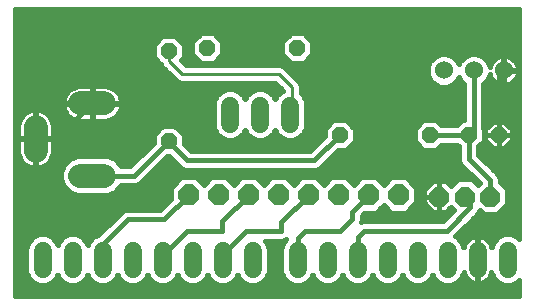
<source format=gbl>
G75*
%MOIN*%
%OFA0B0*%
%FSLAX25Y25*%
%IPPOS*%
%LPD*%
%AMOC8*
5,1,8,0,0,1.08239X$1,22.5*
%
%ADD10C,0.06000*%
%ADD11OC8,0.07000*%
%ADD12OC8,0.05200*%
%ADD13OC8,0.06600*%
%ADD14C,0.07874*%
%ADD15C,0.06000*%
%ADD16C,0.01600*%
%ADD17C,0.01000*%
D10*
X0017524Y0017587D02*
X0017524Y0023587D01*
X0027524Y0023587D02*
X0027524Y0017587D01*
X0037524Y0017587D02*
X0037524Y0023587D01*
X0047524Y0023587D02*
X0047524Y0017587D01*
X0057524Y0017587D02*
X0057524Y0023587D01*
X0067524Y0023587D02*
X0067524Y0017587D01*
X0077524Y0017587D02*
X0077524Y0023587D01*
X0087524Y0023587D02*
X0087524Y0017587D01*
X0102524Y0017587D02*
X0102524Y0023587D01*
X0112524Y0023587D02*
X0112524Y0017587D01*
X0122524Y0017587D02*
X0122524Y0023587D01*
X0132524Y0023587D02*
X0132524Y0017587D01*
X0142524Y0017587D02*
X0142524Y0023587D01*
X0152524Y0023587D02*
X0152524Y0017587D01*
X0162524Y0017587D02*
X0162524Y0023587D01*
X0172524Y0023587D02*
X0172524Y0017587D01*
X0099989Y0065965D02*
X0099989Y0071965D01*
X0089989Y0071965D02*
X0089989Y0065965D01*
X0079989Y0065965D02*
X0079989Y0071965D01*
D11*
X0076209Y0042150D03*
X0086209Y0042150D03*
X0096209Y0042150D03*
X0106209Y0042150D03*
X0116209Y0042150D03*
X0126209Y0042150D03*
X0136209Y0042150D03*
X0066209Y0042150D03*
D12*
X0059568Y0060087D03*
X0059568Y0090087D03*
X0072461Y0091083D03*
X0102461Y0091083D03*
X0116524Y0062150D03*
X0146524Y0062150D03*
X0159524Y0062213D03*
X0169524Y0062213D03*
D13*
X0166772Y0041650D03*
X0158272Y0041650D03*
X0149772Y0041650D03*
D14*
X0038020Y0048650D02*
X0030146Y0048650D01*
X0015186Y0056918D02*
X0015186Y0064792D01*
X0030146Y0072666D02*
X0038020Y0072666D01*
D15*
X0151249Y0083690D03*
X0161249Y0083690D03*
X0171249Y0083690D03*
D16*
X0008387Y0104102D02*
X0008387Y0008387D01*
X0176299Y0008387D01*
X0176299Y0013725D01*
X0175583Y0013009D01*
X0173599Y0012187D01*
X0171450Y0012187D01*
X0169466Y0013009D01*
X0167947Y0014529D01*
X0167179Y0016381D01*
X0166973Y0015745D01*
X0166630Y0015072D01*
X0166186Y0014460D01*
X0165651Y0013926D01*
X0165040Y0013482D01*
X0164367Y0013139D01*
X0163648Y0012906D01*
X0162902Y0012787D01*
X0162724Y0012787D01*
X0162724Y0020387D01*
X0162324Y0020387D01*
X0162324Y0012787D01*
X0162147Y0012787D01*
X0161400Y0012906D01*
X0160682Y0013139D01*
X0160009Y0013482D01*
X0159397Y0013926D01*
X0158863Y0014460D01*
X0158419Y0015072D01*
X0158076Y0015745D01*
X0157869Y0016381D01*
X0157102Y0014529D01*
X0155583Y0013009D01*
X0153599Y0012187D01*
X0151450Y0012187D01*
X0149466Y0013009D01*
X0147947Y0014529D01*
X0147524Y0015548D01*
X0147102Y0014529D01*
X0145583Y0013009D01*
X0143599Y0012187D01*
X0141450Y0012187D01*
X0139466Y0013009D01*
X0137947Y0014529D01*
X0137524Y0015548D01*
X0137102Y0014529D01*
X0135583Y0013009D01*
X0133599Y0012187D01*
X0131450Y0012187D01*
X0129466Y0013009D01*
X0127947Y0014529D01*
X0127524Y0015548D01*
X0127102Y0014529D01*
X0125583Y0013009D01*
X0123599Y0012187D01*
X0121450Y0012187D01*
X0119466Y0013009D01*
X0117947Y0014529D01*
X0117524Y0015548D01*
X0117102Y0014529D01*
X0115583Y0013009D01*
X0113599Y0012187D01*
X0111450Y0012187D01*
X0109466Y0013009D01*
X0107947Y0014529D01*
X0107524Y0015548D01*
X0107102Y0014529D01*
X0105583Y0013009D01*
X0103599Y0012187D01*
X0101450Y0012187D01*
X0099466Y0013009D01*
X0097947Y0014529D01*
X0097124Y0016513D01*
X0097124Y0024662D01*
X0097947Y0026646D01*
X0098625Y0027324D01*
X0097712Y0026946D01*
X0091802Y0026946D01*
X0092102Y0026646D01*
X0092924Y0024662D01*
X0092924Y0016513D01*
X0092102Y0014529D01*
X0090583Y0013009D01*
X0088599Y0012187D01*
X0086450Y0012187D01*
X0084466Y0013009D01*
X0082947Y0014529D01*
X0082524Y0015548D01*
X0082102Y0014529D01*
X0080583Y0013009D01*
X0078599Y0012187D01*
X0076450Y0012187D01*
X0074466Y0013009D01*
X0072947Y0014529D01*
X0072524Y0015548D01*
X0072102Y0014529D01*
X0070583Y0013009D01*
X0068599Y0012187D01*
X0066450Y0012187D01*
X0064466Y0013009D01*
X0062947Y0014529D01*
X0062524Y0015548D01*
X0062102Y0014529D01*
X0060583Y0013009D01*
X0058599Y0012187D01*
X0056450Y0012187D01*
X0054466Y0013009D01*
X0052947Y0014529D01*
X0052524Y0015548D01*
X0052102Y0014529D01*
X0050583Y0013009D01*
X0048599Y0012187D01*
X0046450Y0012187D01*
X0044466Y0013009D01*
X0042947Y0014529D01*
X0042524Y0015548D01*
X0042102Y0014529D01*
X0040583Y0013009D01*
X0038599Y0012187D01*
X0036450Y0012187D01*
X0034466Y0013009D01*
X0032947Y0014529D01*
X0032524Y0015548D01*
X0032102Y0014529D01*
X0030583Y0013009D01*
X0028599Y0012187D01*
X0026450Y0012187D01*
X0024466Y0013009D01*
X0022947Y0014529D01*
X0022524Y0015548D01*
X0022102Y0014529D01*
X0020583Y0013009D01*
X0018599Y0012187D01*
X0016450Y0012187D01*
X0014466Y0013009D01*
X0012947Y0014529D01*
X0012124Y0016513D01*
X0012124Y0024662D01*
X0012947Y0026646D01*
X0014466Y0028165D01*
X0016450Y0028987D01*
X0018599Y0028987D01*
X0020583Y0028165D01*
X0022102Y0026646D01*
X0022524Y0025627D01*
X0022947Y0026646D01*
X0024466Y0028165D01*
X0026450Y0028987D01*
X0028599Y0028987D01*
X0030583Y0028165D01*
X0032102Y0026646D01*
X0032524Y0025627D01*
X0032947Y0026646D01*
X0034466Y0028165D01*
X0036148Y0028862D01*
X0043182Y0035896D01*
X0044082Y0036796D01*
X0045258Y0037283D01*
X0056817Y0037283D01*
X0060309Y0040776D01*
X0060309Y0044594D01*
X0063766Y0048050D01*
X0068653Y0048050D01*
X0071209Y0045494D01*
X0073766Y0048050D01*
X0078653Y0048050D01*
X0081209Y0045494D01*
X0083766Y0048050D01*
X0088653Y0048050D01*
X0091209Y0045494D01*
X0093766Y0048050D01*
X0098653Y0048050D01*
X0101209Y0045494D01*
X0103766Y0048050D01*
X0108653Y0048050D01*
X0111209Y0045494D01*
X0113766Y0048050D01*
X0118653Y0048050D01*
X0121209Y0045494D01*
X0123766Y0048050D01*
X0128653Y0048050D01*
X0131209Y0045494D01*
X0133766Y0048050D01*
X0138653Y0048050D01*
X0142109Y0044594D01*
X0142109Y0039707D01*
X0138653Y0036250D01*
X0133766Y0036250D01*
X0131209Y0038807D01*
X0128653Y0036250D01*
X0124835Y0036250D01*
X0123898Y0035313D01*
X0123898Y0033447D01*
X0123827Y0033275D01*
X0123998Y0033346D01*
X0150868Y0033346D01*
X0154692Y0037170D01*
X0153598Y0038264D01*
X0151885Y0036550D01*
X0149772Y0036550D01*
X0149772Y0041650D01*
X0149772Y0041650D01*
X0144672Y0041650D01*
X0144672Y0039538D01*
X0147660Y0036550D01*
X0149772Y0036550D01*
X0149772Y0041650D01*
X0149772Y0041650D01*
X0144672Y0041650D01*
X0144672Y0043763D01*
X0147660Y0046750D01*
X0149772Y0046750D01*
X0149772Y0041651D01*
X0149772Y0041651D01*
X0149772Y0046750D01*
X0151885Y0046750D01*
X0153598Y0045037D01*
X0155911Y0047350D01*
X0160633Y0047350D01*
X0162522Y0045461D01*
X0163186Y0046125D01*
X0156812Y0052499D01*
X0156324Y0053675D01*
X0156324Y0058342D01*
X0155716Y0058950D01*
X0150395Y0058950D01*
X0148595Y0057150D01*
X0144453Y0057150D01*
X0141524Y0060079D01*
X0141524Y0064221D01*
X0144453Y0067150D01*
X0148595Y0067150D01*
X0150395Y0065350D01*
X0155590Y0065350D01*
X0157453Y0067213D01*
X0158049Y0067213D01*
X0158049Y0079253D01*
X0156671Y0080631D01*
X0156249Y0081650D01*
X0155827Y0080631D01*
X0154308Y0079112D01*
X0152323Y0078290D01*
X0150175Y0078290D01*
X0148190Y0079112D01*
X0146671Y0080631D01*
X0145849Y0082616D01*
X0145849Y0084764D01*
X0146671Y0086749D01*
X0148190Y0088268D01*
X0150175Y0089090D01*
X0152323Y0089090D01*
X0154308Y0088268D01*
X0155827Y0086749D01*
X0156249Y0085730D01*
X0156671Y0086749D01*
X0158190Y0088268D01*
X0160175Y0089090D01*
X0162323Y0089090D01*
X0164308Y0088268D01*
X0165827Y0086749D01*
X0166594Y0084896D01*
X0166800Y0085532D01*
X0167143Y0086205D01*
X0167588Y0086817D01*
X0168122Y0087351D01*
X0168733Y0087795D01*
X0169406Y0088138D01*
X0170125Y0088372D01*
X0170871Y0088490D01*
X0171049Y0088490D01*
X0171049Y0083890D01*
X0171449Y0083890D01*
X0171449Y0088490D01*
X0171627Y0088490D01*
X0172373Y0088372D01*
X0173091Y0088138D01*
X0173765Y0087795D01*
X0174376Y0087351D01*
X0174910Y0086817D01*
X0175354Y0086205D01*
X0175697Y0085532D01*
X0175931Y0084814D01*
X0176049Y0084068D01*
X0176049Y0083890D01*
X0171449Y0083890D01*
X0171449Y0083490D01*
X0176049Y0083490D01*
X0176049Y0083312D01*
X0175931Y0082566D01*
X0175697Y0081847D01*
X0175354Y0081174D01*
X0174910Y0080563D01*
X0174376Y0080029D01*
X0173765Y0079584D01*
X0173091Y0079241D01*
X0172373Y0079008D01*
X0171627Y0078890D01*
X0171449Y0078890D01*
X0171449Y0083490D01*
X0171049Y0083490D01*
X0171049Y0078890D01*
X0170871Y0078890D01*
X0170125Y0079008D01*
X0169406Y0079241D01*
X0168733Y0079584D01*
X0168122Y0080029D01*
X0167588Y0080563D01*
X0167143Y0081174D01*
X0166800Y0081847D01*
X0166594Y0082483D01*
X0165827Y0080631D01*
X0164449Y0079253D01*
X0164449Y0064360D01*
X0164524Y0064284D01*
X0164524Y0060142D01*
X0162724Y0058342D01*
X0162724Y0055637D01*
X0168585Y0049777D01*
X0169485Y0048876D01*
X0169972Y0047700D01*
X0169972Y0046511D01*
X0172472Y0044011D01*
X0172472Y0039289D01*
X0169133Y0035950D01*
X0164411Y0035950D01*
X0163183Y0037179D01*
X0162781Y0036208D01*
X0161880Y0035308D01*
X0154986Y0028413D01*
X0155583Y0028165D01*
X0157102Y0026646D01*
X0157869Y0024794D01*
X0158076Y0025430D01*
X0158419Y0026103D01*
X0158863Y0026714D01*
X0159397Y0027249D01*
X0160009Y0027693D01*
X0160682Y0028036D01*
X0161400Y0028269D01*
X0162147Y0028387D01*
X0162324Y0028387D01*
X0162324Y0020787D01*
X0162724Y0020787D01*
X0162724Y0028387D01*
X0162902Y0028387D01*
X0163648Y0028269D01*
X0164367Y0028036D01*
X0165040Y0027693D01*
X0165651Y0027249D01*
X0166186Y0026714D01*
X0166630Y0026103D01*
X0166973Y0025430D01*
X0167179Y0024794D01*
X0167947Y0026646D01*
X0169466Y0028165D01*
X0171450Y0028987D01*
X0173599Y0028987D01*
X0175583Y0028165D01*
X0176299Y0027449D01*
X0176299Y0104102D01*
X0008387Y0104102D01*
X0008387Y0103294D02*
X0176299Y0103294D01*
X0176299Y0101695D02*
X0008387Y0101695D01*
X0008387Y0100097D02*
X0176299Y0100097D01*
X0176299Y0098498D02*
X0008387Y0098498D01*
X0008387Y0096900D02*
X0176299Y0096900D01*
X0176299Y0095301D02*
X0105315Y0095301D01*
X0104532Y0096083D02*
X0100390Y0096083D01*
X0097461Y0093155D01*
X0097461Y0089012D01*
X0100390Y0086083D01*
X0104532Y0086083D01*
X0107461Y0089012D01*
X0107461Y0093155D01*
X0104532Y0096083D01*
X0106913Y0093703D02*
X0176299Y0093703D01*
X0176299Y0092104D02*
X0107461Y0092104D01*
X0107461Y0090506D02*
X0176299Y0090506D01*
X0176299Y0088907D02*
X0162764Y0088907D01*
X0159734Y0088907D02*
X0152764Y0088907D01*
X0155267Y0087309D02*
X0157231Y0087309D01*
X0161249Y0083690D02*
X0161249Y0063938D01*
X0159524Y0062213D01*
X0159524Y0054312D01*
X0166772Y0047064D01*
X0166772Y0041650D01*
X0162808Y0045747D02*
X0162237Y0045747D01*
X0161965Y0047346D02*
X0160638Y0047346D01*
X0160366Y0048944D02*
X0052950Y0048944D01*
X0051352Y0047346D02*
X0063061Y0047346D01*
X0061462Y0045747D02*
X0049484Y0045747D01*
X0049943Y0045938D02*
X0050844Y0046838D01*
X0059093Y0055087D01*
X0059735Y0055087D01*
X0062867Y0051956D01*
X0062867Y0051956D01*
X0063767Y0051056D01*
X0064943Y0050569D01*
X0108779Y0050569D01*
X0109955Y0051056D01*
X0116050Y0057150D01*
X0118595Y0057150D01*
X0121524Y0060079D01*
X0121524Y0064221D01*
X0118595Y0067150D01*
X0114453Y0067150D01*
X0111524Y0064221D01*
X0111524Y0061676D01*
X0106817Y0056968D01*
X0066905Y0056968D01*
X0064568Y0059306D01*
X0064568Y0062158D01*
X0061639Y0065087D01*
X0057497Y0065087D01*
X0054568Y0062158D01*
X0054568Y0059613D01*
X0046805Y0051850D01*
X0043554Y0051850D01*
X0043393Y0052240D01*
X0041610Y0054023D01*
X0039281Y0054987D01*
X0028886Y0054987D01*
X0026557Y0054023D01*
X0024774Y0052240D01*
X0023809Y0049911D01*
X0023809Y0047390D01*
X0024774Y0045061D01*
X0026557Y0043278D01*
X0028886Y0042313D01*
X0039281Y0042313D01*
X0041610Y0043278D01*
X0043393Y0045061D01*
X0043554Y0045450D01*
X0048767Y0045450D01*
X0049943Y0045938D01*
X0050844Y0046838D02*
X0050844Y0046838D01*
X0048131Y0048650D02*
X0059568Y0060087D01*
X0059568Y0059780D01*
X0065580Y0053769D01*
X0108143Y0053769D01*
X0116524Y0062150D01*
X0111524Y0061732D02*
X0103393Y0061732D01*
X0103048Y0061387D02*
X0104567Y0062906D01*
X0105389Y0064891D01*
X0105389Y0073039D01*
X0104567Y0075024D01*
X0103519Y0076072D01*
X0103519Y0078755D01*
X0103077Y0079821D01*
X0102262Y0080636D01*
X0097931Y0084967D01*
X0096865Y0085409D01*
X0065206Y0085409D01*
X0063583Y0087032D01*
X0064568Y0088016D01*
X0064568Y0092158D01*
X0061639Y0095087D01*
X0057497Y0095087D01*
X0054568Y0092158D01*
X0054568Y0088016D01*
X0056988Y0085596D01*
X0057109Y0085303D01*
X0061546Y0080866D01*
X0062362Y0080050D01*
X0063428Y0079609D01*
X0095087Y0079609D01*
X0097719Y0076977D01*
X0097719Y0076870D01*
X0096930Y0076543D01*
X0095411Y0075024D01*
X0094989Y0074005D01*
X0094567Y0075024D01*
X0093048Y0076543D01*
X0091063Y0077365D01*
X0088915Y0077365D01*
X0086930Y0076543D01*
X0085411Y0075024D01*
X0084989Y0074005D01*
X0084567Y0075024D01*
X0083048Y0076543D01*
X0081063Y0077365D01*
X0078915Y0077365D01*
X0076930Y0076543D01*
X0075411Y0075024D01*
X0074589Y0073039D01*
X0074589Y0064891D01*
X0075411Y0062906D01*
X0076930Y0061387D01*
X0078915Y0060565D01*
X0081063Y0060565D01*
X0083048Y0061387D01*
X0084567Y0062906D01*
X0084989Y0063926D01*
X0085411Y0062906D01*
X0086930Y0061387D01*
X0088915Y0060565D01*
X0091063Y0060565D01*
X0093048Y0061387D01*
X0094567Y0062906D01*
X0094989Y0063926D01*
X0095411Y0062906D01*
X0096930Y0061387D01*
X0098915Y0060565D01*
X0101063Y0060565D01*
X0103048Y0061387D01*
X0104743Y0063331D02*
X0111524Y0063331D01*
X0112232Y0064929D02*
X0105389Y0064929D01*
X0105389Y0066528D02*
X0113831Y0066528D01*
X0119218Y0066528D02*
X0143831Y0066528D01*
X0142232Y0064929D02*
X0120816Y0064929D01*
X0121524Y0063331D02*
X0141524Y0063331D01*
X0141524Y0061732D02*
X0121524Y0061732D01*
X0121524Y0060134D02*
X0141524Y0060134D01*
X0143068Y0058535D02*
X0119980Y0058535D01*
X0115836Y0056937D02*
X0156324Y0056937D01*
X0156324Y0055338D02*
X0114238Y0055338D01*
X0112639Y0053740D02*
X0156324Y0053740D01*
X0157169Y0052141D02*
X0111041Y0052141D01*
X0109358Y0047346D02*
X0113061Y0047346D01*
X0111462Y0045747D02*
X0110956Y0045747D01*
X0106209Y0042150D02*
X0097076Y0033017D01*
X0097076Y0030146D01*
X0085265Y0030146D01*
X0077524Y0022406D01*
X0077524Y0020587D01*
X0072596Y0015375D02*
X0072453Y0015375D01*
X0071351Y0013777D02*
X0073698Y0013777D01*
X0081351Y0013777D02*
X0083698Y0013777D01*
X0082596Y0015375D02*
X0082453Y0015375D01*
X0091351Y0013777D02*
X0098698Y0013777D01*
X0097596Y0015375D02*
X0092453Y0015375D01*
X0092924Y0016974D02*
X0097124Y0016974D01*
X0097124Y0018573D02*
X0092924Y0018573D01*
X0092924Y0020171D02*
X0097124Y0020171D01*
X0097124Y0021770D02*
X0092924Y0021770D01*
X0092924Y0023368D02*
X0097124Y0023368D01*
X0097251Y0024967D02*
X0092798Y0024967D01*
X0092136Y0026565D02*
X0097913Y0026565D01*
X0102524Y0027721D02*
X0104950Y0030146D01*
X0116761Y0030146D01*
X0120698Y0034083D01*
X0120698Y0036639D01*
X0126209Y0042150D01*
X0121462Y0045747D02*
X0120956Y0045747D01*
X0119358Y0047346D02*
X0123061Y0047346D01*
X0129358Y0047346D02*
X0133061Y0047346D01*
X0131462Y0045747D02*
X0130956Y0045747D01*
X0139358Y0047346D02*
X0155907Y0047346D01*
X0154308Y0045747D02*
X0152888Y0045747D01*
X0149772Y0045747D02*
X0149772Y0045747D01*
X0149772Y0044149D02*
X0149772Y0044149D01*
X0146657Y0045747D02*
X0140956Y0045747D01*
X0142109Y0044149D02*
X0145058Y0044149D01*
X0144672Y0042550D02*
X0142109Y0042550D01*
X0142109Y0040952D02*
X0144672Y0040952D01*
X0144857Y0039353D02*
X0141756Y0039353D01*
X0140158Y0037755D02*
X0146456Y0037755D01*
X0149772Y0037755D02*
X0149772Y0037755D01*
X0149772Y0039353D02*
X0149772Y0039353D01*
X0149772Y0040952D02*
X0149772Y0040952D01*
X0149772Y0042550D02*
X0149772Y0042550D01*
X0153089Y0037755D02*
X0154107Y0037755D01*
X0153678Y0036156D02*
X0124741Y0036156D01*
X0123898Y0034558D02*
X0152079Y0034558D01*
X0157933Y0031361D02*
X0176299Y0031361D01*
X0176299Y0029762D02*
X0156335Y0029762D01*
X0155585Y0028164D02*
X0161075Y0028164D01*
X0162324Y0028164D02*
X0162724Y0028164D01*
X0163973Y0028164D02*
X0169464Y0028164D01*
X0167913Y0026565D02*
X0166294Y0026565D01*
X0167123Y0024967D02*
X0167251Y0024967D01*
X0162724Y0024967D02*
X0162324Y0024967D01*
X0162324Y0026565D02*
X0162724Y0026565D01*
X0158755Y0026565D02*
X0157136Y0026565D01*
X0157798Y0024967D02*
X0157926Y0024967D01*
X0162324Y0023368D02*
X0162724Y0023368D01*
X0162724Y0021770D02*
X0162324Y0021770D01*
X0162324Y0020171D02*
X0162724Y0020171D01*
X0162724Y0018573D02*
X0162324Y0018573D01*
X0162324Y0016974D02*
X0162724Y0016974D01*
X0162724Y0015375D02*
X0162324Y0015375D01*
X0162324Y0013777D02*
X0162724Y0013777D01*
X0159603Y0013777D02*
X0156351Y0013777D01*
X0157453Y0015375D02*
X0158264Y0015375D01*
X0165446Y0013777D02*
X0168698Y0013777D01*
X0167596Y0015375D02*
X0166785Y0015375D01*
X0176299Y0012178D02*
X0008387Y0012178D01*
X0008387Y0010580D02*
X0176299Y0010580D01*
X0176299Y0008981D02*
X0008387Y0008981D01*
X0008387Y0013777D02*
X0013698Y0013777D01*
X0012596Y0015375D02*
X0008387Y0015375D01*
X0008387Y0016974D02*
X0012124Y0016974D01*
X0012124Y0018573D02*
X0008387Y0018573D01*
X0008387Y0020171D02*
X0012124Y0020171D01*
X0012124Y0021770D02*
X0008387Y0021770D01*
X0008387Y0023368D02*
X0012124Y0023368D01*
X0012251Y0024967D02*
X0008387Y0024967D01*
X0008387Y0026565D02*
X0012913Y0026565D01*
X0014464Y0028164D02*
X0008387Y0028164D01*
X0008387Y0029762D02*
X0037048Y0029762D01*
X0038646Y0031361D02*
X0008387Y0031361D01*
X0008387Y0032959D02*
X0040245Y0032959D01*
X0041843Y0034558D02*
X0008387Y0034558D01*
X0008387Y0036156D02*
X0043442Y0036156D01*
X0045894Y0034083D02*
X0058143Y0034083D01*
X0066209Y0042150D01*
X0060309Y0042550D02*
X0039853Y0042550D01*
X0042481Y0044149D02*
X0060309Y0044149D01*
X0060309Y0040952D02*
X0008387Y0040952D01*
X0008387Y0042550D02*
X0028314Y0042550D01*
X0025686Y0044149D02*
X0008387Y0044149D01*
X0008387Y0045747D02*
X0024490Y0045747D01*
X0023828Y0047346D02*
X0008387Y0047346D01*
X0008387Y0048944D02*
X0023809Y0048944D01*
X0024071Y0050543D02*
X0008387Y0050543D01*
X0008387Y0052141D02*
X0012000Y0052141D01*
X0012179Y0052011D02*
X0012984Y0051601D01*
X0013842Y0051322D01*
X0014734Y0051181D01*
X0015002Y0051181D01*
X0015002Y0060671D01*
X0015370Y0060671D01*
X0015370Y0061039D01*
X0020923Y0061039D01*
X0020923Y0065244D01*
X0020782Y0066136D01*
X0020503Y0066994D01*
X0020093Y0067799D01*
X0019562Y0068530D01*
X0018923Y0069168D01*
X0018193Y0069699D01*
X0017388Y0070109D01*
X0016529Y0070388D01*
X0015637Y0070529D01*
X0015370Y0070529D01*
X0015370Y0061039D01*
X0015002Y0061039D01*
X0015001Y0061039D02*
X0015001Y0060671D01*
X0009449Y0060671D01*
X0009449Y0056467D01*
X0009590Y0055575D01*
X0009869Y0054716D01*
X0010279Y0053911D01*
X0010810Y0053181D01*
X0011448Y0052542D01*
X0012179Y0052011D01*
X0010404Y0053740D02*
X0008387Y0053740D01*
X0008387Y0055338D02*
X0009667Y0055338D01*
X0009449Y0056937D02*
X0008387Y0056937D01*
X0008387Y0058535D02*
X0009449Y0058535D01*
X0009449Y0060134D02*
X0008387Y0060134D01*
X0009449Y0061039D02*
X0015001Y0061039D01*
X0015002Y0061039D02*
X0015002Y0070529D01*
X0014734Y0070529D01*
X0013842Y0070388D01*
X0012984Y0070109D01*
X0012179Y0069699D01*
X0011448Y0069168D01*
X0010810Y0068530D01*
X0010279Y0067799D01*
X0009869Y0066994D01*
X0009590Y0066136D01*
X0009449Y0065244D01*
X0009449Y0061039D01*
X0009449Y0061732D02*
X0008387Y0061732D01*
X0008387Y0063331D02*
X0009449Y0063331D01*
X0009449Y0064929D02*
X0008387Y0064929D01*
X0008387Y0066528D02*
X0009718Y0066528D01*
X0010517Y0068126D02*
X0008387Y0068126D01*
X0008387Y0069725D02*
X0012230Y0069725D01*
X0015002Y0069725D02*
X0015370Y0069725D01*
X0018142Y0069725D02*
X0025206Y0069725D01*
X0025240Y0069659D02*
X0025771Y0068929D01*
X0026409Y0068290D01*
X0027140Y0067759D01*
X0027944Y0067349D01*
X0028803Y0067070D01*
X0029695Y0066929D01*
X0033899Y0066929D01*
X0033899Y0072482D01*
X0024409Y0072482D01*
X0024409Y0072215D01*
X0024551Y0071323D01*
X0024830Y0070464D01*
X0025240Y0069659D01*
X0024551Y0071323D02*
X0008387Y0071323D01*
X0008387Y0072922D02*
X0024409Y0072922D01*
X0024409Y0072850D02*
X0033899Y0072850D01*
X0033899Y0072482D01*
X0034268Y0072482D01*
X0034268Y0072850D01*
X0043757Y0072850D01*
X0043757Y0073118D01*
X0043616Y0074010D01*
X0043337Y0074868D01*
X0042927Y0075673D01*
X0042396Y0076404D01*
X0041758Y0077042D01*
X0041027Y0077573D01*
X0040223Y0077983D01*
X0039364Y0078262D01*
X0038472Y0078403D01*
X0034268Y0078403D01*
X0034268Y0072850D01*
X0033899Y0072850D01*
X0033899Y0078403D01*
X0029695Y0078403D01*
X0028803Y0078262D01*
X0027944Y0077983D01*
X0027140Y0077573D01*
X0026409Y0077042D01*
X0025771Y0076404D01*
X0025240Y0075673D01*
X0024830Y0074868D01*
X0024551Y0074010D01*
X0024409Y0073118D01*
X0024409Y0072850D01*
X0024717Y0074520D02*
X0008387Y0074520D01*
X0008387Y0076119D02*
X0025564Y0076119D01*
X0027423Y0077717D02*
X0008387Y0077717D01*
X0008387Y0079316D02*
X0095380Y0079316D01*
X0096978Y0077717D02*
X0040744Y0077717D01*
X0042603Y0076119D02*
X0076506Y0076119D01*
X0075202Y0074520D02*
X0043450Y0074520D01*
X0043757Y0072922D02*
X0074589Y0072922D01*
X0074589Y0071323D02*
X0043616Y0071323D01*
X0043757Y0072215D01*
X0043757Y0072482D01*
X0034268Y0072482D01*
X0034268Y0066929D01*
X0038472Y0066929D01*
X0039364Y0067070D01*
X0040223Y0067349D01*
X0041027Y0067759D01*
X0041758Y0068290D01*
X0042396Y0068929D01*
X0042927Y0069659D01*
X0043337Y0070464D01*
X0043616Y0071323D01*
X0042961Y0069725D02*
X0074589Y0069725D01*
X0074589Y0068126D02*
X0041532Y0068126D01*
X0034268Y0068126D02*
X0033899Y0068126D01*
X0033899Y0069725D02*
X0034268Y0069725D01*
X0034268Y0071323D02*
X0033899Y0071323D01*
X0034083Y0072666D02*
X0022272Y0060855D01*
X0015186Y0060855D01*
X0015370Y0060671D02*
X0020923Y0060671D01*
X0020923Y0056467D01*
X0020782Y0055575D01*
X0020503Y0054716D01*
X0020093Y0053911D01*
X0019562Y0053181D01*
X0018923Y0052542D01*
X0018193Y0052011D01*
X0017388Y0051601D01*
X0016529Y0051322D01*
X0015637Y0051181D01*
X0015370Y0051181D01*
X0015370Y0060671D01*
X0015370Y0060134D02*
X0015002Y0060134D01*
X0015002Y0061732D02*
X0015370Y0061732D01*
X0015370Y0063331D02*
X0015002Y0063331D01*
X0015002Y0064929D02*
X0015370Y0064929D01*
X0015370Y0066528D02*
X0015002Y0066528D01*
X0015002Y0068126D02*
X0015370Y0068126D01*
X0019855Y0068126D02*
X0026635Y0068126D01*
X0020654Y0066528D02*
X0074589Y0066528D01*
X0074589Y0064929D02*
X0061797Y0064929D01*
X0063395Y0063331D02*
X0075235Y0063331D01*
X0076585Y0061732D02*
X0064568Y0061732D01*
X0064568Y0060134D02*
X0109982Y0060134D01*
X0108384Y0058535D02*
X0065338Y0058535D01*
X0061083Y0053740D02*
X0057746Y0053740D01*
X0056147Y0052141D02*
X0062681Y0052141D01*
X0069358Y0047346D02*
X0073061Y0047346D01*
X0071462Y0045747D02*
X0070956Y0045747D01*
X0079358Y0047346D02*
X0083061Y0047346D01*
X0081462Y0045747D02*
X0080956Y0045747D01*
X0086209Y0042150D02*
X0077391Y0033331D01*
X0077391Y0030146D01*
X0065580Y0030146D01*
X0057524Y0022091D01*
X0057524Y0020587D01*
X0052596Y0015375D02*
X0052453Y0015375D01*
X0051351Y0013777D02*
X0053698Y0013777D01*
X0061351Y0013777D02*
X0063698Y0013777D01*
X0062596Y0015375D02*
X0062453Y0015375D01*
X0043698Y0013777D02*
X0041351Y0013777D01*
X0042453Y0015375D02*
X0042596Y0015375D01*
X0037524Y0020587D02*
X0037524Y0025713D01*
X0045894Y0034083D01*
X0057288Y0037755D02*
X0008387Y0037755D01*
X0008387Y0039353D02*
X0058887Y0039353D01*
X0048131Y0048650D02*
X0034083Y0048650D01*
X0026274Y0053740D02*
X0019968Y0053740D01*
X0018371Y0052141D02*
X0024733Y0052141D01*
X0020705Y0055338D02*
X0050293Y0055338D01*
X0051892Y0056937D02*
X0020923Y0056937D01*
X0020923Y0058535D02*
X0053490Y0058535D01*
X0054568Y0060134D02*
X0020923Y0060134D01*
X0020923Y0061732D02*
X0054568Y0061732D01*
X0055740Y0063331D02*
X0020923Y0063331D01*
X0020923Y0064929D02*
X0057339Y0064929D01*
X0048695Y0053740D02*
X0041893Y0053740D01*
X0043434Y0052141D02*
X0047096Y0052141D01*
X0054549Y0050543D02*
X0158768Y0050543D01*
X0164622Y0053740D02*
X0176299Y0053740D01*
X0176299Y0052141D02*
X0166220Y0052141D01*
X0167819Y0050543D02*
X0176299Y0050543D01*
X0176299Y0048944D02*
X0169417Y0048944D01*
X0169972Y0047346D02*
X0176299Y0047346D01*
X0176299Y0045747D02*
X0170737Y0045747D01*
X0172335Y0044149D02*
X0176299Y0044149D01*
X0176299Y0042550D02*
X0172472Y0042550D01*
X0172472Y0040952D02*
X0176299Y0040952D01*
X0176299Y0039353D02*
X0172472Y0039353D01*
X0170938Y0037755D02*
X0176299Y0037755D01*
X0176299Y0036156D02*
X0169339Y0036156D01*
X0164206Y0036156D02*
X0162729Y0036156D01*
X0160068Y0038020D02*
X0160068Y0039855D01*
X0158272Y0041650D01*
X0160068Y0038020D02*
X0152194Y0030146D01*
X0124635Y0030146D01*
X0122524Y0028036D01*
X0122524Y0020587D01*
X0117596Y0015375D02*
X0117453Y0015375D01*
X0116351Y0013777D02*
X0118698Y0013777D01*
X0126351Y0013777D02*
X0128698Y0013777D01*
X0127596Y0015375D02*
X0127453Y0015375D01*
X0136351Y0013777D02*
X0138698Y0013777D01*
X0137596Y0015375D02*
X0137453Y0015375D01*
X0146351Y0013777D02*
X0148698Y0013777D01*
X0147596Y0015375D02*
X0147453Y0015375D01*
X0175585Y0028164D02*
X0176299Y0028164D01*
X0176299Y0032959D02*
X0159532Y0032959D01*
X0161130Y0034558D02*
X0176299Y0034558D01*
X0176299Y0055338D02*
X0163023Y0055338D01*
X0162724Y0056937D02*
X0176299Y0056937D01*
X0176299Y0058535D02*
X0172069Y0058535D01*
X0171347Y0057813D02*
X0169524Y0057813D01*
X0169524Y0062213D01*
X0169524Y0062213D01*
X0165124Y0062213D01*
X0165124Y0060391D01*
X0167702Y0057813D01*
X0169524Y0057813D01*
X0169524Y0062213D01*
X0169524Y0062213D01*
X0165124Y0062213D01*
X0165124Y0064036D01*
X0167702Y0066613D01*
X0169524Y0066613D01*
X0169524Y0062214D01*
X0169524Y0062214D01*
X0169524Y0066613D01*
X0171347Y0066613D01*
X0173924Y0064036D01*
X0173924Y0062213D01*
X0169525Y0062213D01*
X0169525Y0062213D01*
X0173924Y0062213D01*
X0173924Y0060391D01*
X0171347Y0057813D01*
X0169524Y0058535D02*
X0169524Y0058535D01*
X0169524Y0060134D02*
X0169524Y0060134D01*
X0169524Y0061732D02*
X0169524Y0061732D01*
X0169524Y0062213D02*
X0169524Y0081965D01*
X0171249Y0083690D01*
X0171049Y0084111D02*
X0171449Y0084111D01*
X0171449Y0082513D02*
X0171049Y0082513D01*
X0171049Y0080914D02*
X0171449Y0080914D01*
X0171449Y0079316D02*
X0171049Y0079316D01*
X0169260Y0079316D02*
X0164512Y0079316D01*
X0164449Y0077717D02*
X0176299Y0077717D01*
X0176299Y0079316D02*
X0173238Y0079316D01*
X0175166Y0080914D02*
X0176299Y0080914D01*
X0176299Y0082513D02*
X0175913Y0082513D01*
X0176042Y0084111D02*
X0176299Y0084111D01*
X0176299Y0085710D02*
X0175607Y0085710D01*
X0176299Y0087309D02*
X0174418Y0087309D01*
X0171449Y0087309D02*
X0171049Y0087309D01*
X0171049Y0085710D02*
X0171449Y0085710D01*
X0168079Y0087309D02*
X0165267Y0087309D01*
X0166257Y0085710D02*
X0166891Y0085710D01*
X0167332Y0080914D02*
X0165944Y0080914D01*
X0157986Y0079316D02*
X0154512Y0079316D01*
X0155944Y0080914D02*
X0156553Y0080914D01*
X0158049Y0077717D02*
X0103519Y0077717D01*
X0103286Y0079316D02*
X0147986Y0079316D01*
X0146553Y0080914D02*
X0101984Y0080914D01*
X0100385Y0082513D02*
X0145891Y0082513D01*
X0145849Y0084111D02*
X0098787Y0084111D01*
X0099165Y0087309D02*
X0075758Y0087309D01*
X0074532Y0086083D02*
X0077461Y0089012D01*
X0077461Y0093155D01*
X0074532Y0096083D01*
X0070390Y0096083D01*
X0067461Y0093155D01*
X0067461Y0089012D01*
X0070390Y0086083D01*
X0074532Y0086083D01*
X0077356Y0088907D02*
X0097567Y0088907D01*
X0097461Y0090506D02*
X0077461Y0090506D01*
X0077461Y0092104D02*
X0097461Y0092104D01*
X0098009Y0093703D02*
X0076913Y0093703D01*
X0075315Y0095301D02*
X0099608Y0095301D01*
X0107356Y0088907D02*
X0149734Y0088907D01*
X0147231Y0087309D02*
X0105758Y0087309D01*
X0103519Y0076119D02*
X0158049Y0076119D01*
X0158049Y0074520D02*
X0104776Y0074520D01*
X0105389Y0072922D02*
X0158049Y0072922D01*
X0158049Y0071323D02*
X0105389Y0071323D01*
X0105389Y0069725D02*
X0158049Y0069725D01*
X0158049Y0068126D02*
X0105389Y0068126D01*
X0095235Y0063331D02*
X0094743Y0063331D01*
X0093393Y0061732D02*
X0096585Y0061732D01*
X0086585Y0061732D02*
X0083393Y0061732D01*
X0084743Y0063331D02*
X0085235Y0063331D01*
X0085202Y0074520D02*
X0084776Y0074520D01*
X0083472Y0076119D02*
X0086506Y0076119D01*
X0093472Y0076119D02*
X0096506Y0076119D01*
X0095202Y0074520D02*
X0094776Y0074520D01*
X0069165Y0087309D02*
X0063860Y0087309D01*
X0064905Y0085710D02*
X0146241Y0085710D01*
X0164449Y0076119D02*
X0176299Y0076119D01*
X0176299Y0074520D02*
X0164449Y0074520D01*
X0164449Y0072922D02*
X0176299Y0072922D01*
X0176299Y0071323D02*
X0164449Y0071323D01*
X0164449Y0069725D02*
X0176299Y0069725D01*
X0176299Y0068126D02*
X0164449Y0068126D01*
X0164449Y0066528D02*
X0167616Y0066528D01*
X0169524Y0066528D02*
X0169524Y0066528D01*
X0171432Y0066528D02*
X0176299Y0066528D01*
X0176299Y0064929D02*
X0173031Y0064929D01*
X0173924Y0063331D02*
X0176299Y0063331D01*
X0176299Y0061732D02*
X0173924Y0061732D01*
X0173667Y0060134D02*
X0176299Y0060134D01*
X0169524Y0063331D02*
X0169524Y0063331D01*
X0169524Y0064929D02*
X0169524Y0064929D01*
X0166018Y0064929D02*
X0164449Y0064929D01*
X0164524Y0063331D02*
X0165124Y0063331D01*
X0165124Y0061732D02*
X0164524Y0061732D01*
X0164516Y0060134D02*
X0165381Y0060134D01*
X0166980Y0058535D02*
X0162917Y0058535D01*
X0160068Y0061643D02*
X0160068Y0061670D01*
X0159524Y0062213D01*
X0159560Y0062150D02*
X0160068Y0061643D01*
X0159560Y0062150D02*
X0146524Y0062150D01*
X0149980Y0058535D02*
X0156131Y0058535D01*
X0156768Y0066528D02*
X0149218Y0066528D01*
X0103061Y0047346D02*
X0099358Y0047346D01*
X0100956Y0045747D02*
X0101462Y0045747D01*
X0093061Y0047346D02*
X0089358Y0047346D01*
X0090956Y0045747D02*
X0091462Y0045747D01*
X0102524Y0027721D02*
X0102524Y0020587D01*
X0107453Y0015375D02*
X0107596Y0015375D01*
X0108698Y0013777D02*
X0106351Y0013777D01*
X0130158Y0037755D02*
X0132261Y0037755D01*
X0061498Y0080914D02*
X0008387Y0080914D01*
X0008387Y0082513D02*
X0059899Y0082513D01*
X0058301Y0084111D02*
X0008387Y0084111D01*
X0008387Y0085710D02*
X0056874Y0085710D01*
X0055276Y0087309D02*
X0008387Y0087309D01*
X0008387Y0088907D02*
X0054568Y0088907D01*
X0054568Y0090506D02*
X0008387Y0090506D01*
X0008387Y0092104D02*
X0054568Y0092104D01*
X0056112Y0093703D02*
X0008387Y0093703D01*
X0008387Y0095301D02*
X0069608Y0095301D01*
X0068009Y0093703D02*
X0063024Y0093703D01*
X0064568Y0092104D02*
X0067461Y0092104D01*
X0067461Y0090506D02*
X0064568Y0090506D01*
X0064568Y0088907D02*
X0067567Y0088907D01*
X0034268Y0077717D02*
X0033899Y0077717D01*
X0033899Y0076119D02*
X0034268Y0076119D01*
X0034268Y0074520D02*
X0033899Y0074520D01*
X0033899Y0072922D02*
X0034268Y0072922D01*
X0015370Y0058535D02*
X0015002Y0058535D01*
X0015002Y0056937D02*
X0015370Y0056937D01*
X0015370Y0055338D02*
X0015002Y0055338D01*
X0015002Y0053740D02*
X0015370Y0053740D01*
X0015370Y0052141D02*
X0015002Y0052141D01*
X0020585Y0028164D02*
X0024464Y0028164D01*
X0022913Y0026565D02*
X0022136Y0026565D01*
X0030585Y0028164D02*
X0034464Y0028164D01*
X0032913Y0026565D02*
X0032136Y0026565D01*
X0032453Y0015375D02*
X0032596Y0015375D01*
X0033698Y0013777D02*
X0031351Y0013777D01*
X0023698Y0013777D02*
X0021351Y0013777D01*
X0022453Y0015375D02*
X0022596Y0015375D01*
D17*
X0099989Y0068965D02*
X0100619Y0069595D01*
X0100619Y0078178D01*
X0096288Y0082509D01*
X0064005Y0082509D01*
X0059568Y0086946D01*
X0059568Y0090087D01*
M02*

</source>
